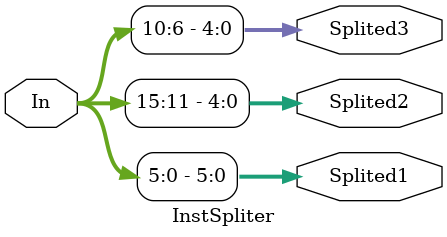
<source format=v>
module InstSpliter(
		input [15:0] In,
		output reg[5:0] Splited1,
		output reg[4:0] Splited2,
		output reg[4:0] Splited3
	);
	always @(*) begin
		Splited1 = In[5:0];
		Splited2 = In[15:11];
		Splited3 = In[10:6];
	end
endmodule

</source>
